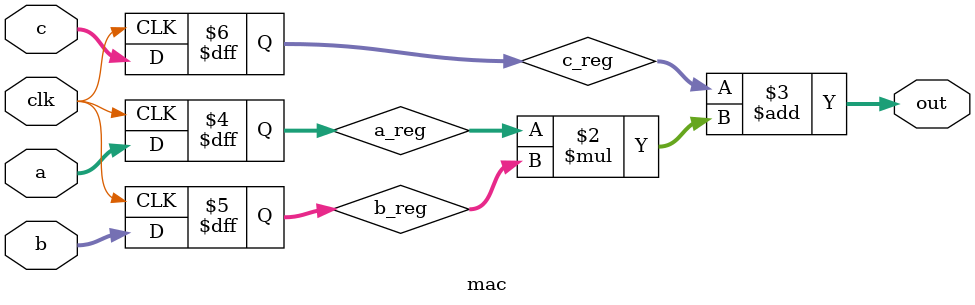
<source format=v>
module mac (
    input clk,
    input [15:0] a,
    input [15:0] b,
    input [31:0] c,
    output [31:0] out
);
    // This module needs retiming and comm
    reg [15:0] a_reg, b_reg;
    reg [31:0] c_reg;

    always @(posedge clk) begin
        a_reg <= a;
        b_reg <= b;
        c_reg <= c;
    end

    assign out = c_reg + a_reg * b_reg;

endmodule
</source>
